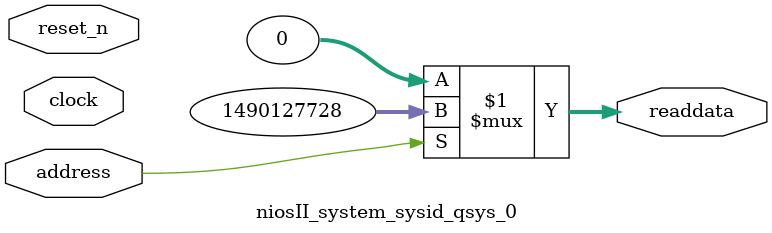
<source format=v>

`timescale 1ns / 1ps
// synthesis translate_on

// turn off superfluous verilog processor warnings 
// altera message_level Level1 
// altera message_off 10034 10035 10036 10037 10230 10240 10030 

module niosII_system_sysid_qsys_0 (
               // inputs:
                address,
                clock,
                reset_n,

               // outputs:
                readdata
             )
;

  output  [ 31: 0] readdata;
  input            address;
  input            clock;
  input            reset_n;

  wire    [ 31: 0] readdata;
  //control_slave, which is an e_avalon_slave
  assign readdata = address ? 1490127728 : 0;

endmodule




</source>
